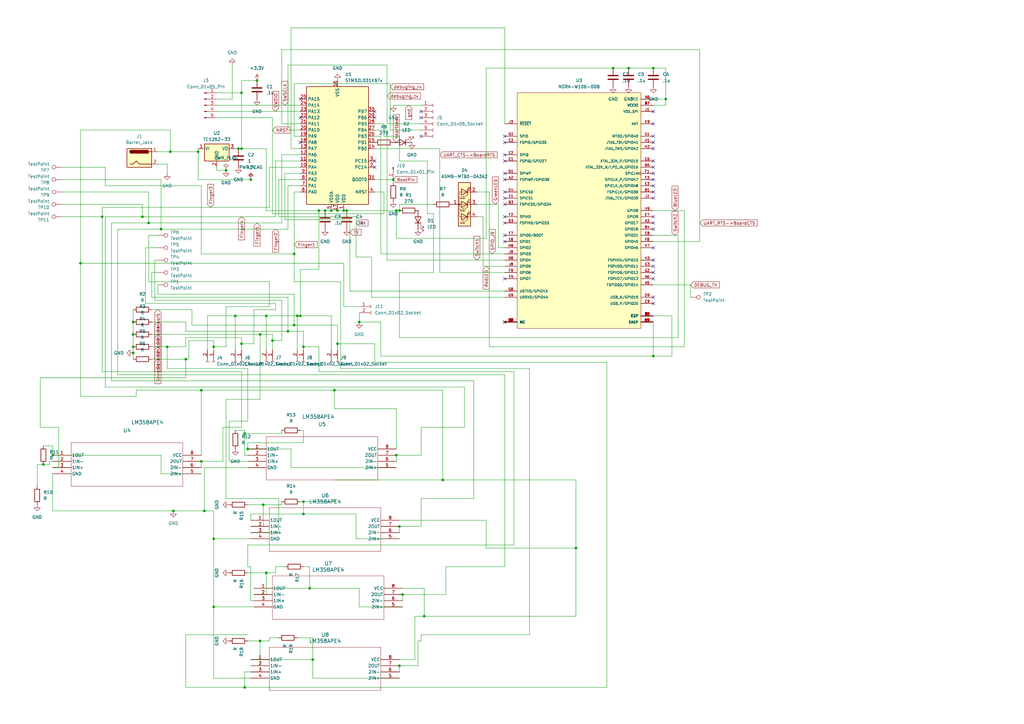
<source format=kicad_sch>
(kicad_sch (version 20250114) (generator "eeschema") (generator_version "9.0")
  (paper "A3")
  (junction (at 21.59 186.69))
  (junction (at 99.06 38.1))
  (junction (at 118.11 135.89))
  (junction (at 76.2 147.32))
  (junction (at 161.29 73.66))
  (junction (at 17.78 190.5))
  (junction (at 257.81 27.94))
  (junction (at 99.06 140.97))
  (junction (at 54.61 142.24))
  (junction (at 33.02 107.95))
  (junction (at 81.28 62.23))
  (junction (at 138.43 140.97))
  (junction (at 107.95 207.01))
  (junction (at 102.87 73.66))
  (junction (at 105.41 33.02))
  (junction (at 138.43 86.36))
  (junction (at 163.83 273.05))
  (junction (at 83.82 209.55))
  (junction (at 92.71 69.85))
  (junction (at 181.61 196.85))
  (junction (at 69.85 62.23))
  (junction (at 82.55 160.02))
  (junction (at 162.56 86.36))
  (junction (at 124.46 142.24))
  (junction (at 133.35 86.36))
  (junction (at 128.27 270.51))
  (junction (at 54.61 137.16))
  (junction (at 135.89 86.36))
  (junction (at 87.63 142.24))
  (junction (at 130.81 86.36))
  (junction (at 96.52 129.54))
  (junction (at 54.61 132.08))
  (junction (at 236.22 224.79))
  (junction (at 267.97 27.94))
  (junction (at 100.33 281.94))
  (junction (at 163.83 86.36))
  (junction (at 251.46 27.94))
  (junction (at 140.97 86.36))
  (junction (at 142.24 86.36))
  (junction (at 97.79 60.96))
  (junction (at 68.58 142.24))
  (junction (at 137.16 160.02))
  (junction (at 109.22 234.95))
  (junction (at 124.46 210.82))
  (junction (at 82.55 189.23))
  (junction (at 58.42 88.9))
  (junction (at 71.12 209.55))
  (junction (at 60.96 91.44))
  (junction (at 99.06 60.96))
  (junction (at 124.46 205.74))
  (junction (at 147.32 132.08))
  (junction (at 41.91 88.9))
  (junction (at 163.83 215.9))
  (junction (at 54.61 144.78))
  (junction (at 273.05 40.64))
  (junction (at 109.22 129.54))
  (junction (at 87.63 248.92))
  (junction (at 111.76 139.7))
  (junction (at 120.65 104.14))
  (junction (at 123.19 129.54))
  (junction (at 173.99 252.73))
  (junction (at 162.56 186.69))
  (junction (at 121.92 129.54))
  (junction (at 100.33 177.8))
  (junction (at 120.65 133.35))
  (junction (at 106.68 262.89))
  (junction (at 87.63 220.98))
  (junction (at 165.1 243.84))
  (junction (at 267.97 146.05))
  (junction (at 127 241.3))
  (junction (at 106.68 137.16))
  (junction (at 101.6 184.15))
  (junction (at 66.04 93.98))
  (no_connect (at 207.01 91.44))
  (no_connect (at 207.01 63.5))
  (no_connect (at 207.01 78.74))
  (no_connect (at 207.01 55.88))
  (no_connect (at 207.01 132.08))
  (no_connect (at 267.97 81.28))
  (no_connect (at 267.97 121.92))
  (no_connect (at 207.01 114.3))
  (no_connect (at 172.72 55.88))
  (no_connect (at 267.97 45.72))
  (no_connect (at 207.01 83.82))
  (no_connect (at 153.67 45.72))
  (no_connect (at 267.97 55.88))
  (no_connect (at 172.72 48.26))
  (no_connect (at 172.72 45.72))
  (no_connect (at 123.19 40.64))
  (no_connect (at 267.97 101.6))
  (no_connect (at 267.97 109.22))
  (no_connect (at 267.97 124.46))
  (no_connect (at 267.97 114.3))
  (no_connect (at 207.01 58.42))
  (no_connect (at 207.01 99.06))
  (no_connect (at 153.67 48.26))
  (no_connect (at 123.19 48.26))
  (no_connect (at 267.97 76.2))
  (no_connect (at 267.97 91.44))
  (no_connect (at 207.01 81.28))
  (no_connect (at 267.97 60.96))
  (no_connect (at 153.67 68.58))
  (no_connect (at 267.97 106.68))
  (no_connect (at 207.01 88.9))
  (no_connect (at 207.01 71.12))
  (no_connect (at 207.01 73.66))
  (no_connect (at 267.97 58.42))
  (no_connect (at 267.97 66.04))
  (no_connect (at 267.97 88.9))
  (no_connect (at 267.97 111.76))
  (no_connect (at 153.67 66.04))
  (no_connect (at 207.01 66.04))
  (no_connect (at 207.01 96.52))
  (no_connect (at 267.97 73.66))
  (no_connect (at 123.19 58.42))
  (no_connect (at 267.97 78.74))
  (no_connect (at 267.97 71.12))
  (no_connect (at 267.97 50.8))
  (no_connect (at 267.97 68.58))
  (no_connect (at 267.97 93.98))
  (wire (pts (xy 204.47 101.6) (xy 207.01 101.6)))
  (wire (pts (xy 130.81 142.24) (xy 130.81 152.4)))
  (wire (pts (xy 62.23 137.16) (xy 106.68 137.16)))
  (wire (pts (xy 60.96 115.57) (xy 110.49 115.57)))
  (wire (pts (xy 137.16 167.64) (xy 137.16 160.02)))
  (wire (pts (xy 236.22 224.79) (xy 236.22 196.85)))
  (wire (pts (xy 41.91 152.4) (xy 41.91 88.9)))
  (wire (pts (xy 163.83 278.13) (xy 128.27 278.13)))
  (wire (pts (xy 120.65 78.74) (xy 123.19 78.74)))
  (wire (pts (xy 156.21 132.08) (xy 147.32 132.08)))
  (wire (pts (xy 81.28 60.96) (xy 81.28 62.23)))
  (wire (pts (xy 123.19 176.53) (xy 124.46 176.53)))
  (wire (pts (xy 138.43 143.51) (xy 138.43 140.97)))
  (wire (pts (xy 16.51 154.94) (xy 76.2 154.94)))
  (wire (pts (xy 104.14 127) (xy 104.14 140.97)))
  (wire (pts (xy 217.17 260.35) (xy 172.72 260.35)))
  (wire (pts (xy 54.61 142.24) (xy 54.61 144.78)))
  (wire (pts (xy 123.19 129.54) (xy 135.89 129.54)))
  (wire (pts (xy 120.65 34.29) (xy 160.02 34.29)))
  (wire (pts (xy 118.11 93.98) (xy 66.04 93.98)))
  (wire (pts (xy 118.11 76.2) (xy 123.19 76.2)))
  (wire (pts (xy 96.52 60.96) (xy 97.79 60.96)))
  (wire (pts (xy 165.1 241.3) (xy 173.99 241.3)))
  (wire (pts (xy 76.2 135.89) (xy 76.2 132.08)))
  (wire (pts (xy 87.63 143.51) (xy 87.63 142.24)))
  (wire (pts (xy 114.3 73.66) (xy 123.19 73.66)))
  (wire (pts (xy 200.66 78.74) (xy 195.58 78.74)))
  (wire (pts (xy 82.55 189.23) (xy 82.55 191.77)))
  (wire (pts (xy 115.57 177.8) (xy 115.57 176.53)))
  (wire (pts (xy 101.6 189.23) (xy 93.98 189.23)))
  (wire (pts (xy 88.9 45.72) (xy 123.19 45.72)))
  (wire (pts (xy 43.18 88.9) (xy 43.18 158.75)))
  (wire (pts (xy 109.22 129.54) (xy 109.22 143.51)))
  (wire (pts (xy 82.55 160.02) (xy 82.55 186.69)))
  (wire (pts (xy 106.68 137.16) (xy 111.76 137.16)))
  (wire (pts (xy 139.7 115.57) (xy 139.7 151.13)))
  (wire (pts (xy 102.87 275.59) (xy 100.33 275.59)))
  (wire (pts (xy 21.59 209.55) (xy 71.12 209.55)))
  (wire (pts (xy 85.09 129.54) (xy 96.52 129.54)))
  (wire (pts (xy 118.11 135.89) (xy 76.2 135.89)))
  (wire (pts (xy 278.13 138.43) (xy 163.83 138.43)))
  (wire (pts (xy 118.11 53.34) (xy 118.11 26.67)))
  (wire (pts (xy 163.83 215.9) (xy 163.83 218.44)))
  (wire (pts (xy 109.22 243.84) (xy 109.22 234.95)))
  (wire (pts (xy 106.68 137.16) (xy 106.68 163.83)))
  (wire (pts (xy 195.58 83.82) (xy 204.47 83.82)))
  (wire (pts (xy 24.13 191.77) (xy 21.59 191.77)))
  (wire (pts (xy 81.28 62.23) (xy 81.28 73.66)))
  (wire (pts (xy 110.49 115.57) (xy 110.49 125.73)))
  (wire (pts (xy 60.96 78.74) (xy 60.96 91.44)))
  (wire (pts (xy 207.01 106.68) (xy 158.75 106.68)))
  (wire (pts (xy 24.13 175.26) (xy 24.13 191.77)))
  (wire (pts (xy 16.51 175.26) (xy 24.13 175.26)))
  (wire (pts (xy 69.85 53.34) (xy 33.02 53.34)))
  (wire (pts (xy 170.18 270.51) (xy 170.18 252.73)))
  (wire (pts (xy 109.22 234.95) (xy 113.03 234.95)))
  (wire (pts (xy 113.03 88.9) (xy 58.42 88.9)))
  (wire (pts (xy 102.87 73.66) (xy 81.28 73.66)))
  (wire (pts (xy 198.12 88.9) (xy 198.12 109.22)))
  (wire (pts (xy 21.59 182.88) (xy 21.59 186.69)))
  (wire (pts (xy 101.6 191.77) (xy 83.82 191.77)))
  (wire (pts (xy 217.17 151.13) (xy 217.17 260.35)))
  (wire (pts (xy 118.11 53.34) (xy 123.19 53.34)))
  (wire (pts (xy 283.21 116.84) (xy 283.21 121.92)))
  (wire (pts (xy 190.5 175.26) (xy 172.72 175.26)))
  (wire (pts (xy 127 241.3) (xy 147.32 241.3)))
  (wire (pts (xy 163.83 86.36) (xy 163.83 83.82)))
  (wire (pts (xy 115.57 123.19) (xy 115.57 139.7)))
  (wire (pts (xy 163.83 66.04) (xy 175.26 66.04)))
  (wire (pts (xy 118.11 121.92) (xy 118.11 135.89)))
  (wire (pts (xy 280.67 142.24) (xy 280.67 86.36)))
  (wire (pts (xy 87.63 142.24) (xy 87.63 139.7)))
  (wire (pts (xy 119.38 184.15) (xy 101.6 184.15)))
  (wire (pts (xy 267.97 99.06) (xy 287.02 99.06)))
  (wire (pts (xy 172.72 262.89) (xy 172.72 260.35)))
  (wire (pts (xy 287.02 99.06) (xy 287.02 20.32)))
  (wire (pts (xy 195.58 88.9) (xy 198.12 88.9)))
  (wire (pts (xy 119.38 11.43) (xy 207.01 11.43)))
  (wire (pts (xy 82.55 76.2) (xy 82.55 104.14)))
  (wire (pts (xy 102.87 232.41) (xy 102.87 246.38)))
  (wire (pts (xy 48.26 93.98) (xy 48.26 153.67)))
  (wire (pts (xy 64.77 67.31) (xy 68.58 67.31)))
  (wire (pts (xy 146.05 210.82) (xy 146.05 220.98)))
  (wire (pts (xy 153.67 148.59) (xy 248.92 148.59)))
  (wire (pts (xy 275.59 129.54) (xy 275.59 146.05)))
  (wire (pts (xy 88.9 69.85) (xy 92.71 69.85)))
  (wire (pts (xy 109.22 86.36) (xy 109.22 60.96)))
  (wire (pts (xy 17.78 190.5) (xy 20.32 190.5)))
  (wire (pts (xy 91.44 175.26) (xy 91.44 189.23)))
  (wire (pts (xy 109.22 86.36) (xy 130.81 86.36)))
  (wire (pts (xy 181.61 196.85) (xy 181.61 160.02)))
  (wire (pts (xy 115.57 207.01) (xy 115.57 205.74)))
  (wire (pts (xy 157.48 50.8) (xy 153.67 50.8)))
  (wire (pts (xy 165.1 243.84) (xy 182.88 243.84)))
  (wire (pts (xy 104.14 243.84) (xy 109.22 243.84)))
  (wire (pts (xy 114.3 204.47) (xy 114.3 218.44)))
  (wire (pts (xy 124.46 210.82) (xy 146.05 210.82)))
  (wire (pts (xy 113.03 127) (xy 104.14 127)))
  (wire (pts (xy 63.5 106.68) (xy 63.5 123.19)))
  (wire (pts (xy 124.46 205.74) (xy 137.16 205.74)))
  (wire (pts (xy 160.02 53.34) (xy 160.02 34.29)))
  (wire (pts (xy 54.61 132.08) (xy 54.61 137.16)))
  (wire (pts (xy 93.98 189.23) (xy 93.98 172.72)))
  (wire (pts (xy 82.55 160.02) (xy 55.88 160.02)))
  (wire (pts (xy 152.4 121.92) (xy 152.4 105.41)))
  (wire (pts (xy 157.48 55.88) (xy 157.48 50.8)))
  (wire (pts (xy 77.47 139.7) (xy 77.47 147.32)))
  (wire (pts (xy 120.65 78.74) (xy 120.65 104.14)))
  (wire (pts (xy 45.72 156.21) (xy 194.31 156.21)))
  (wire (pts (xy 124.46 176.53) (xy 124.46 181.61)))
  (wire (pts (xy 109.22 129.54) (xy 121.92 129.54)))
  (wire (pts (xy 172.72 43.18) (xy 161.29 43.18)))
  (wire (pts (xy 162.56 167.64) (xy 137.16 167.64)))
  (wire (pts (xy 25.4 78.74) (xy 60.96 78.74)))
  (wire (pts (xy 101.6 186.69) (xy 100.33 186.69)))
  (wire (pts (xy 163.83 55.88) (xy 163.83 66.04)))
  (wire (pts (xy 43.18 76.2) (xy 82.55 76.2)))
  (wire (pts (xy 15.24 190.5) (xy 15.24 199.39)))
  (wire (pts (xy 68.58 142.24) (xy 68.58 151.13)))
  (wire (pts (xy 121.92 129.54) (xy 121.92 143.51)))
  (wire (pts (xy 55.88 160.02) (xy 55.88 162.56)))
  (wire (pts (xy 110.49 68.58) (xy 110.49 85.09)))
  (wire (pts (xy 127 232.41) (xy 127 241.3)))
  (wire (pts (xy 123.19 110.49) (xy 123.19 129.54)))
  (wire (pts (xy 68.58 142.24) (xy 62.23 142.24)))
  (wire (pts (xy 92.71 142.24) (xy 87.63 142.24)))
  (wire (pts (xy 130.81 86.36) (xy 133.35 86.36)))
  (wire (pts (xy 207.01 119.38) (xy 143.51 119.38)))
  (wire (pts (xy 135.89 129.54) (xy 135.89 143.51)))
  (wire (pts (xy 207.01 232.41) (xy 182.88 232.41)))
  (wire (pts (xy 207.01 11.43) (xy 207.01 50.8)))
  (wire (pts (xy 124.46 142.24) (xy 124.46 135.89)))
  (wire (pts (xy 138.43 133.35) (xy 120.65 133.35)))
  (wire (pts (xy 115.57 63.5) (xy 123.19 63.5)))
  (wire (pts (xy 106.68 262.89) (xy 101.6 262.89)))
  (wire (pts (xy 88.9 43.18) (xy 123.19 43.18)))
  (wire (pts (xy 78.74 133.35) (xy 78.74 127)))
  (wire (pts (xy 59.69 124.46) (xy 113.03 124.46)))
  (wire (pts (xy 199.39 97.79) (xy 162.56 97.79)))
  (wire (pts (xy 64.77 120.65) (xy 64.77 116.84)))
  (wire (pts (xy 177.8 111.76) (xy 177.8 87.63)))
  (wire (pts (xy 199.39 213.36) (xy 199.39 224.79)))
  (wire (pts (xy 111.76 143.51) (xy 111.76 139.7)))
  (wire (pts (xy 115.57 91.44) (xy 60.96 91.44)))
  (wire (pts (xy 120.65 104.14) (xy 120.65 115.57)))
  (wire (pts (xy 59.69 101.6) (xy 59.69 124.46)))
  (wire (pts (xy 99.06 138.43) (xy 76.2 138.43)))
  (wire (pts (xy 83.82 209.55) (xy 87.63 209.55)))
  (wire (pts (xy 172.72 53.34) (xy 160.02 53.34)))
  (wire (pts (xy 139.7 151.13) (xy 217.17 151.13)))
  (wire (pts (xy 45.72 91.44) (xy 45.72 156.21)))
  (wire (pts (xy 20.32 189.23) (xy 21.59 189.23)))
  (wire (pts (xy 118.11 76.2) (xy 118.11 93.98)))
  (wire (pts (xy 96.52 129.54) (xy 109.22 129.54)))
  (wire (pts (xy 119.38 60.96) (xy 119.38 11.43)))
  (wire (pts (xy 111.76 139.7) (xy 111.76 137.16)))
  (wire (pts (xy 163.83 270.51) (xy 170.18 270.51)))
  (wire (pts (xy 106.68 273.05) (xy 106.68 262.89)))
  (wire (pts (xy 156.21 104.14) (xy 156.21 55.88)))
  (wire (pts (xy 115.57 50.8) (xy 123.19 50.8)))
  (wire (pts (xy 17.78 182.88) (xy 21.59 182.88)))
  (wire (pts (xy 76.2 260.35) (xy 101.6 260.35)))
  (wire (pts (xy 173.99 241.3) (xy 173.99 252.73)))
  (wire (pts (xy 25.4 68.58) (xy 43.18 68.58)))
  (wire (pts (xy 68.58 151.13) (xy 101.6 151.13)))
  (wire (pts (xy 82.55 160.02) (xy 137.16 160.02)))
  (wire (pts (xy 162.56 184.15) (xy 162.56 167.64)))
  (wire (pts (xy 163.83 213.36) (xy 199.39 213.36)))
  (wire (pts (xy 21.59 186.69) (xy 66.04 186.69)))
  (wire (pts (xy 71.12 209.55) (xy 83.82 209.55)))
  (wire (pts (xy 146.05 220.98) (xy 163.83 220.98)))
  (wire (pts (xy 83.82 191.77) (xy 83.82 209.55)))
  (wire (pts (xy 100.33 275.59) (xy 100.33 281.94)))
  (wire (pts (xy 267.97 129.54) (xy 275.59 129.54)))
  (wire (pts (xy 143.51 90.17) (xy 143.51 119.38)))
  (wire (pts (xy 153.67 140.97) (xy 153.67 148.59)))
  (wire (pts (xy 100.33 186.69) (xy 100.33 177.8)))
  (wire (pts (xy 124.46 142.24) (xy 130.81 142.24)))
  (wire (pts (xy 130.81 152.4) (xy 210.82 152.4)))
  (wire (pts (xy 87.63 220.98) (xy 87.63 248.92)))
  (wire (pts (xy 163.83 215.9) (xy 172.72 215.9)))
  (wire (pts (xy 140.97 125.73) (xy 140.97 107.95)))
  (wire (pts (xy 76.2 154.94) (xy 76.2 147.32)))
  (wire (pts (xy 91.44 189.23) (xy 82.55 189.23)))
  (wire (pts (xy 64.77 106.68) (xy 63.5 106.68)))
  (wire (pts (xy 99.06 33.02) (xy 99.06 38.1)))
  (wire (pts (xy 171.45 273.05) (xy 163.83 273.05)))
  (wire (pts (xy 96.52 129.54) (xy 96.52 143.51)))
  (wire (pts (xy 267.97 132.08) (xy 267.97 146.05)))
  (wire (pts (xy 101.6 223.52) (xy 101.6 232.41)))
  (wire (pts (xy 107.95 215.9) (xy 107.95 207.01)))
  (wire (pts (xy 199.39 27.94) (xy 199.39 97.79)))
  (wire (pts (xy 76.2 142.24) (xy 68.58 142.24)))
  (wire (pts (xy 33.02 162.56) (xy 55.88 162.56)))
  (wire (pts (xy 147.32 248.92) (xy 165.1 248.92)))
  (wire (pts (xy 69.85 62.23) (xy 81.28 62.23)))
  (wire (pts (xy 138.43 140.97) (xy 153.67 140.97)))
  (wire (pts (xy 135.89 86.36) (xy 138.43 86.36)))
  (wire (pts (xy 66.04 194.31) (xy 82.55 194.31)))
  (wire (pts (xy 163.83 55.88) (xy 157.48 55.88)))
  (wire (pts (xy 177.8 87.63) (xy 175.26 87.63)))
  (wire (pts (xy 161.29 73.66) (xy 161.29 74.93)))
  (wire (pts (xy 153.67 78.74) (xy 157.48 78.74)))
  (wire (pts (xy 113.03 232.41) (xy 113.03 234.95)))
  (wire (pts (xy 68.58 67.31) (xy 68.58 71.12)))
  (wire (pts (xy 91.44 175.26) (xy 99.06 175.26)))
  (wire (pts (xy 87.63 139.7) (xy 77.47 139.7)))
  (wire (pts (xy 116.84 232.41) (xy 113.03 232.41)))
  (wire (pts (xy 102.87 246.38) (xy 104.14 246.38)))
  (wire (pts (xy 278.13 96.52) (xy 278.13 138.43)))
  (wire (pts (xy 87.63 209.55) (xy 87.63 220.98)))
  (wire (pts (xy 156.21 55.88) (xy 153.67 55.88)))
  (wire (pts (xy 123.19 205.74) (xy 124.46 205.74)))
  (wire (pts (xy 111.76 87.63) (xy 157.48 87.63)))
  (wire (pts (xy 60.96 96.52) (xy 60.96 115.57)))
  (wire (pts (xy 102.87 210.82) (xy 124.46 210.82)))
  (wire (pts (xy 25.4 88.9) (xy 41.91 88.9)))
  (wire (pts (xy 171.45 262.89) (xy 171.45 273.05)))
  (wire (pts (xy 116.84 71.12) (xy 123.19 71.12)))
  (wire (pts (xy 64.77 111.76) (xy 62.23 111.76)))
  (wire (pts (xy 54.61 144.78) (xy 54.61 147.32)))
  (wire (pts (xy 16.51 175.26) (xy 16.51 154.94)))
  (wire (pts (xy 62.23 121.92) (xy 118.11 121.92)))
  (wire (pts (xy 76.2 147.32) (xy 62.23 147.32)))
  (wire (pts (xy 194.31 156.21) (xy 194.31 204.47)))
  (wire (pts (xy 194.31 204.47) (xy 172.72 204.47)))
  (wire (pts (xy 172.72 204.47) (xy 172.72 215.9)))
  (wire (pts (xy 257.81 27.94) (xy 251.46 27.94)))
  (wire (pts (xy 99.06 33.02) (xy 105.41 33.02)))
  (wire (pts (xy 267.97 96.52) (xy 278.13 96.52)))
  (wire (pts (xy 66.04 73.66) (xy 66.04 93.98)))
  (wire (pts (xy 248.92 281.94) (xy 100.33 281.94)))
  (wire (pts (xy 175.26 87.63) (xy 175.26 66.04)))
  (wire (pts (xy 163.83 111.76) (xy 177.8 111.76)))
  (wire (pts (xy 114.3 218.44) (xy 102.87 218.44)))
  (wire (pts (xy 101.6 234.95) (xy 109.22 234.95)))
  (wire (pts (xy 54.61 137.16) (xy 54.61 142.24)))
  (wire (pts (xy 147.32 241.3) (xy 147.32 248.92)))
  (wire (pts (xy 267.97 86.36) (xy 280.67 86.36)))
  (wire (pts (xy 76.2 138.43) (xy 76.2 142.24)))
  (wire (pts (xy 180.34 60.96) (xy 153.67 60.96)))
  (wire (pts (xy 128.27 278.13) (xy 128.27 270.51)))
  (wire (pts (xy 110.49 125.73) (xy 92.71 125.73)))
  (wire (pts (xy 99.06 175.26) (xy 99.06 152.4)))
  (wire (pts (xy 66.04 93.98) (xy 48.26 93.98)))
  (wire (pts (xy 99.06 140.97) (xy 99.06 138.43)))
  (wire (pts (xy 287.02 20.32) (xy 115.57 20.32)))
  (wire (pts (xy 58.42 83.82) (xy 58.42 88.9)))
  (wire (pts (xy 143.51 90.17) (xy 116.84 90.17)))
  (wire (pts (xy 147.32 128.27) (xy 147.32 132.08)))
  (wire (pts (xy 162.56 186.69) (xy 172.72 186.69)))
  (wire (pts (xy 33.02 53.34) (xy 33.02 107.95)))
  (wire (pts (xy 101.6 232.41) (xy 102.87 232.41)))
  (wire (pts (xy 135.89 86.36) (xy 133.35 86.36)))
  (wire (pts (xy 170.18 252.73) (xy 173.99 252.73)))
  (wire (pts (xy 87.63 248.92) (xy 87.63 278.13)))
  (wire (pts (xy 120.65 55.88) (xy 123.19 55.88)))
  (wire (pts (xy 66.04 186.69) (xy 66.04 194.31)))
  (wire (pts (xy 198.12 109.22) (xy 207.01 109.22)))
  (wire (pts (xy 92.71 204.47) (xy 114.3 204.47)))
  (wire (pts (xy 41.91 88.9) (xy 41.91 85.09)))
  (wire (pts (xy 64.77 96.52) (xy 60.96 96.52)))
  (wire (pts (xy 107.95 207.01) (xy 115.57 207.01)))
  (wire (pts (xy 76.2 281.94) (xy 76.2 260.35)))
  (wire (pts (xy 158.75 53.34) (xy 153.67 53.34)))
  (wire (pts (xy 20.32 190.5) (xy 20.32 189.23)))
  (wire (pts (xy 127 241.3) (xy 104.14 241.3)))
  (wire (pts (xy 92.71 125.73) (xy 92.71 142.24)))
  (wire (pts (xy 121.92 261.62) (xy 128.27 261.62)))
  (wire (pts (xy 21.59 194.31) (xy 21.59 209.55)))
  (wire (pts (xy 171.45 262.89) (xy 172.72 262.89)))
  (wire (pts (xy 92.71 163.83) (xy 92.71 204.47)))
  (wire (pts (xy 110.49 68.58) (xy 123.19 68.58)))
  (wire (pts (xy 88.9 48.26) (xy 111.76 48.26)))
  (wire (pts (xy 101.6 207.01) (xy 107.95 207.01)))
  (wire (pts (xy 99.06 152.4) (xy 41.91 152.4)))
  (wire (pts (xy 180.34 111.76) (xy 180.34 60.96)))
  (wire (pts (xy 173.99 252.73) (xy 236.22 252.73)))
  (wire (pts (xy 114.3 261.62) (xy 110.49 261.62)))
  (wire (pts (xy 267.97 116.84) (xy 283.21 116.84)))
  (wire (pts (xy 100.33 177.8) (xy 100.33 176.53)))
  (wire (pts (xy 146.05 88.9) (xy 114.3 88.9)))
  (wire (pts (xy 33.02 107.95) (xy 140.97 107.95)))
  (wire (pts (xy 100.33 176.53) (xy 96.52 176.53)))
  (wire (pts (xy 182.88 243.84) (xy 182.88 232.41)))
  (wire (pts (xy 101.6 151.13) (xy 101.6 172.72)))
  (wire (pts (xy 116.84 71.12) (xy 116.84 90.17)))
  (wire (pts (xy 88.9 38.1) (xy 99.06 38.1)))
  (wire (pts (xy 43.18 68.58) (xy 43.18 76.2)))
  (wire (pts (xy 248.92 148.59) (xy 248.92 281.94)))
  (wire (pts (xy 115.57 63.5) (xy 115.57 91.44)))
  (wire (pts (xy 77.47 147.32) (xy 76.2 147.32)))
  (wire (pts (xy 199.39 224.79) (xy 236.22 224.79)))
  (wire (pts (xy 210.82 223.52) (xy 101.6 223.52)))
  (wire (pts (xy 124.46 181.61) (xy 101.6 181.61)))
  (wire (pts (xy 267.97 27.94) (xy 257.81 27.94)))
  (wire (pts (xy 158.75 106.68) (xy 158.75 53.34)))
  (wire (pts (xy 137.16 205.74) (xy 137.16 204.47)))
  (wire (pts (xy 41.91 85.09) (xy 110.49 85.09)))
  (wire (pts (xy 87.63 220.98) (xy 102.87 220.98)))
  (wire (pts (xy 99.06 60.96) (xy 109.22 60.96)))
  (wire (pts (xy 25.4 73.66) (xy 66.04 73.66)))
  (wire (pts (xy 48.26 153.67) (xy 207.01 153.67)))
  (wire (pts (xy 110.49 262.89) (xy 106.68 262.89)))
  (wire (pts (xy 165.1 243.84) (xy 165.1 246.38)))
  (wire (pts (xy 115.57 139.7) (xy 111.76 139.7)))
  (wire (pts (xy 130.81 86.36) (xy 130.81 110.49)))
  (wire (pts (xy 54.61 127) (xy 54.61 132.08)))
  (wire (pts (xy 15.24 190.5) (xy 17.78 190.5)))
  (wire (pts (xy 130.81 110.49) (xy 123.19 110.49)))
  (wire (pts (xy 114.3 73.66) (xy 114.3 88.9)))
  (wire (pts (xy 172.72 50.8) (xy 158.75 50.8)))
  (wire (pts (xy 120.65 34.29) (xy 120.65 55.88)))
  (wire (pts (xy 137.16 196.85) (xy 181.61 196.85)))
  (wire (pts (xy 124.46 210.82) (xy 124.46 205.74)))
  (wire (pts (xy 97.79 60.96) (xy 99.06 60.96)))
  (wire (pts (xy 60.96 91.44) (xy 45.72 91.44)))
  (wire (pts (xy 99.06 143.51) (xy 99.06 140.97)))
  (wire (pts (xy 157.48 78.74) (xy 157.48 87.63)))
  (wire (pts (xy 146.05 105.41) (xy 146.05 88.9)))
  (wire (pts (xy 138.43 140.97) (xy 138.43 133.35)))
  (wire (pts (xy 102.87 270.51) (xy 128.27 270.51)))
  (wire (pts (xy 162.56 191.77) (xy 119.38 191.77)))
  (wire (pts (xy 138.43 86.36) (xy 140.97 86.36)))
  (wire (pts (xy 113.03 66.04) (xy 123.19 66.04)))
  (wire (pts (xy 137.16 160.02) (xy 181.61 160.02)))
  (wire (pts (xy 120.65 115.57) (xy 139.7 115.57)))
  (wire (pts (xy 207.01 121.92) (xy 152.4 121.92)))
  (wire (pts (xy 102.87 278.13) (xy 87.63 278.13)))
  (wire (pts (xy 172.72 175.26) (xy 172.72 186.69)))
  (wire (pts (xy 147.32 125.73) (xy 140.97 125.73)))
  (wire (pts (xy 190.5 158.75) (xy 190.5 175.26)))
  (wire (pts (xy 153.67 73.66) (xy 161.29 73.66)))
  (wire (pts (xy 25.4 83.82) (xy 58.42 83.82)))
  (wire (pts (xy 115.57 20.32) (xy 115.57 50.8)))
  (wire (pts (xy 95.25 26.67) (xy 95.25 40.64)))
  (wire (pts (xy 113.03 124.46) (xy 113.03 127)))
  (wire (pts (xy 273.05 27.94) (xy 273.05 40.64)))
  (wire (pts (xy 124.46 135.89) (xy 118.11 135.89)))
  (wire (pts (xy 100.33 177.8) (xy 115.57 177.8)))
  (wire (pts (xy 123.19 60.96) (xy 119.38 60.96)))
  (wire (pts (xy 63.5 123.19) (xy 115.57 123.19)))
  (wire (pts (xy 62.23 127) (xy 78.74 127)))
  (wire (pts (xy 102.87 213.36) (xy 102.87 210.82)))
  (wire (pts (xy 100.33 281.94) (xy 76.2 281.94)))
  (wire (pts (xy 124.46 143.51) (xy 124.46 142.24)))
  (wire (pts (xy 210.82 152.4) (xy 210.82 223.52)))
  (wire (pts (xy 162.56 186.69) (xy 162.56 189.23)))
  (wire (pts (xy 142.24 86.36) (xy 162.56 86.36)))
  (wire (pts (xy 163.83 273.05) (xy 163.83 275.59)))
  (wire (pts (xy 152.4 105.41) (xy 146.05 105.41)))
  (wire (pts (xy 58.42 88.9) (xy 43.18 88.9)))
  (wire (pts (xy 128.27 270.51) (xy 128.27 261.62)))
  (wire (pts (xy 200.66 142.24) (xy 200.66 78.74)))
  (wire (pts (xy 120.65 120.65) (xy 64.77 120.65)))
  (wire (pts (xy 124.46 232.41) (xy 127 232.41)))
  (wire (pts (xy 158.75 26.67) (xy 158.75 50.8)))
  (wire (pts (xy 64.77 101.6) (xy 59.69 101.6)))
  (wire (pts (xy 102.87 273.05) (xy 106.68 273.05)))
  (wire (pts (xy 64.77 62.23) (xy 69.85 62.23)))
  (wire (pts (xy 76.2 132.08) (xy 62.23 132.08)))
  (wire (pts (xy 120.65 120.65) (xy 120.65 133.35)))
  (wire (pts (xy 101.6 181.61) (xy 101.6 184.15)))
  (wire (pts (xy 104.14 248.92) (xy 87.63 248.92)))
  (wire (pts (xy 207.01 104.14) (xy 156.21 104.14)))
  (wire (pts (xy 106.68 163.83) (xy 92.71 163.83)))
  (wire (pts (xy 267.97 146.05) (xy 156.21 146.05)))
  (wire (pts (xy 88.9 68.58) (xy 88.9 69.85)))
  (wire (pts (xy 273.05 40.64) (xy 273.05 43.18)))
  (wire (pts (xy 118.11 26.67) (xy 158.75 26.67)))
  (wire (pts (xy 267.97 40.64) (xy 273.05 40.64)))
  (wire (pts (xy 69.85 62.23) (xy 69.85 53.34)))
  (wire (pts (xy 33.02 107.95) (xy 33.02 162.56)))
  (wire (pts (xy 140.97 86.36) (xy 142.24 86.36)))
  (wire (pts (xy 43.18 158.75) (xy 190.5 158.75)))
  (wire (pts (xy 162.56 97.79) (xy 162.56 86.36)))
  (wire (pts (xy 113.03 66.04) (xy 113.03 88.9)))
  (wire (pts (xy 121.92 129.54) (xy 123.19 129.54)))
  (wire (pts (xy 236.22 252.73) (xy 236.22 224.79)))
  (wire (pts (xy 120.65 133.35) (xy 78.74 133.35)))
  (wire (pts (xy 163.83 138.43) (xy 163.83 111.76)))
  (wire (pts (xy 99.06 140.97) (xy 104.14 140.97)))
  (wire (pts (xy 275.59 146.05) (xy 267.97 146.05)))
  (wire (pts (xy 110.49 261.62) (xy 110.49 262.89)))
  (wire (pts (xy 207.01 153.67) (xy 207.01 232.41)))
  (wire (pts (xy 273.05 27.94) (xy 267.97 27.94)))
  (wire (pts (xy 85.09 129.54) (xy 85.09 143.51)))
  (wire (pts (xy 99.06 38.1) (xy 99.06 60.96)))
  (wire (pts (xy 156.21 146.05) (xy 156.21 132.08)))
  (wire (pts (xy 251.46 27.94) (xy 199.39 27.94)))
  (wire (pts (xy 88.9 40.64) (xy 95.25 40.64)))
  (wire (pts (xy 207.01 111.76) (xy 180.34 111.76)))
  (wire (pts (xy 111.76 48.26) (xy 111.76 87.63)))
  (wire (pts (xy 102.87 215.9) (xy 107.95 215.9)))
  (wire (pts (xy 163.83 83.82) (xy 177.8 83.82)))
  (wire (pts (xy 93.98 172.72) (xy 101.6 172.72)))
  (wire (pts (xy 267.97 43.18) (xy 273.05 43.18)))
  (wire (pts (xy 236.22 196.85) (xy 181.61 196.85)))
  (wire (pts (xy 200.66 142.24) (xy 280.67 142.24)))
  (wire (pts (xy 162.56 86.36) (xy 163.83 86.36)))
  (wire (pts (xy 82.55 104.14) (xy 120.65 104.14)))
  (wire (pts (xy 204.47 83.82) (xy 204.47 101.6)))
  (wire (pts (xy 62.23 111.76) (xy 62.23 121.92)))
  (wire (pts (xy 119.38 191.77) (xy 119.38 184.15)))
  (global_label "Finger2" (shape input) (at 113.03 93.98 270) (property "Intersheetrefs" "${INTERSHEET_REFS}" (effects (hide yes))))
  (global_label "DEBUG_TX" (shape input) (at 283.21 116.84 0) (property "Intersheetrefs" "${INTERSHEET_REFS}" (effects (hide yes))))
  (global_label "UART_CTS->BoardRTS" (shape input) (at 180.34 63.5 0) (property "Intersheetrefs" "${INTERSHEET_REFS}" (effects (hide yes))))
  (global_label "Sensor2" (shape input) (at 64.77 142.24 270) (property "Intersheetrefs" "${INTERSHEET_REFS}" (effects (hide yes))))
  (global_label "Finger3" (shape input) (at 86.36 85.09 90) (property "Intersheetrefs" "${INTERSHEET_REFS}" (effects (hide yes))))
  (global_label "Sensor1" (shape input) (at 64.77 147.32 270) (property "Intersheetrefs" "${INTERSHEET_REFS}" (effects (hide yes))))
  (global_label "GreenLED" (shape input) (at 203.2 83.82 90) (property "Intersheetrefs" "${INTERSHEET_REFS}" (effects (hide yes))))
  (global_label "UART_RTS->BoardCTS" (shape input) (at 287.02 91.44 0) (property "Intersheetrefs" "${INTERSHEET_REFS}" (effects (hide yes))))
  (global_label "Sensor3" (shape input) (at 64.77 137.16 270) (property "Intersheetrefs" "${INTERSHEET_REFS}" (effects (hide yes))))
  (global_label "Finger1" (shape input) (at 120.65 100.33 0) (property "Intersheetrefs" "${INTERSHEET_REFS}" (effects (hide yes))))
  (global_label "Finger5" (shape input) (at 105.41 91.44 270) (property "Intersheetrefs" "${INTERSHEET_REFS}" (effects (hide yes))))
  (global_label "TX" (shape input) (at 143.51 95.25 0) (property "Intersheetrefs" "${INTERSHEET_REFS}" (effects (hide yes))))
  (global_label "debuging_tx" (shape input) (at 158.75 39.37 0) (property "Intersheetrefs" "${INTERSHEET_REFS}" (effects (hide yes))))
  (global_label "Sensor4" (shape input) (at 64.77 132.08 270) (property "Intersheetrefs" "${INTERSHEET_REFS}" (effects (hide yes))))
  (global_label "SWSCLK" (shape input) (at 116.84 43.18 90) (property "Intersheetrefs" "${INTERSHEET_REFS}" (effects (hide yes))))
  (global_label "Finger4" (shape input) (at 99.06 88.9 270) (property "Intersheetrefs" "${INTERSHEET_REFS}" (effects (hide yes))))
  (global_label "RX" (shape input) (at 146.05 91.44 0) (property "Intersheetrefs" "${INTERSHEET_REFS}" (effects (hide yes))))
  (global_label "RedLED" (shape input) (at 199.39 109.22 270) (property "Intersheetrefs" "${INTERSHEET_REFS}" (effects (hide yes))))
  (global_label "GPIO_J9" (shape input) (at 201.93 104.14 90) (property "Intersheetrefs" "${INTERSHEET_REFS}" (effects (hide yes))))
  (global_label "Switch1" (shape input) (at 195.58 106.68 90) (property "Intersheetrefs" "${INTERSHEET_REFS}" (effects (hide yes))))
  (global_label "Sensor5" (shape input) (at 64.77 127 270) (property "Intersheetrefs" "${INTERSHEET_REFS}" (effects (hide yes))))
  (global_label "NRST" (shape input) (at 111.76 53.34 0) (property "Intersheetrefs" "${INTERSHEET_REFS}" (effects (hide yes))))
  (global_label "debuging_rx" (shape input) (at 160.02 35.56 0) (property "Intersheetrefs" "${INTERSHEET_REFS}" (effects (hide yes))))
  (global_label "SWDIO" (shape input) (at 113.03 45.72 90) (property "Intersheetrefs" "${INTERSHEET_REFS}" (effects (hide yes))))
  (global_label "heartbeat" (shape input) (at 162.56 58.42 90) (property "Intersheetrefs" "${INTERSHEET_REFS}" (effects (hide yes))))
  (global_label "BlueLED" (shape input) (at 276.86 86.36 90) (property "Intersheetrefs" "${INTERSHEET_REFS}" (effects (hide yes))))
  (global_label "BootPin" (shape input) (at 161.29 73.66 0) (property "Intersheetrefs" "${INTERSHEET_REFS}" (effects (hide yes))))
  (global_label "Switch2" (shape input) (at 276.86 96.52 90) (property "Intersheetrefs" "${INTERSHEET_REFS}" (effects (hide yes))))
  (global_label "gnd" (shape input) (at 167.64 43.18 270) (property "Intersheetrefs" "${INTERSHEET_REFS}" (effects (hide yes))))
  (symbol (lib_id "Device:R") (at 119.38 176.53 270) (unit 1)
    (property "Reference" "R13" (at 119.38 170.18 90))
    (property "Value" "R" (at 119.38 172.72 90))
    (property "Footprint" "Resistor_SMD:R_0805_2012Metric_Pad1.20x1.40mm_HandSolder" (effects (hide yes)))
    (property "Description" "Resistor" (effects (hide yes)))
  )
  (symbol (lib_id "NORA-W106-00B:NORA-W106-00B") (at 237.49 86.36 0) (unit 1)
    (property "Reference" "U3" (at 237.49 33.02 0))
    (property "Value" "NORA-W106-00B" (at 237.49 35.56 0))
    (property "Footprint" "NORA-W106-00B:XCVR_NORA-W106-00B" (effects (hide yes)))
    (property "MF" "u-blox" (effects (hide yes)))
    (property "MAXIMUM_PACKAGE_HEIGHT" "1.9 mm" (effects (hide yes)))
    (property "Package" "SMD-82 u-blox" (effects (hide yes)))
    (property "Price" "None" (effects (hide yes)))
    (property "Check_prices" "https://www.snapeda.com/parts/NORA-W106-00B/u-blox/view-part/?ref=eda" (effects (hide yes)))
    (property "STANDARD" "Manufacturer recommendations" (effects (hide yes)))
    (property "PARTREV" "R03" (effects (hide yes)))
    (property "SnapEDA_Link" "https://www.snapeda.com/parts/NORA-W106-00B/u-blox/view-part/?ref=snap" (effects (hide yes)))
    (property "MP" "NORA-W106-00B" (effects (hide yes)))
    (property "Description_1" "Bluetooth, WiFi 802.11b/g/n, Bluetooth v5.0 Transceiver Module 2.4GHz Antenna Not Included Surface Mount" (effects (hide yes)))
    (property "Availability" "In Stock" (effects (hide yes)))
    (property "MANUFACTURER" "U-BLOX" (effects (hide yes)))
  )
  (symbol (lib_id "power:GND") (at 161.29 43.18 0) (unit 1)
    (property "Reference" "#PWR012" (effects (hide yes)))
    (property "Value" "GND" (at 161.29 48.26 0))
    (property "Description" "Power symbol creates a global label with name \"GND\" , ground" (effects (hide yes)))
  )
  (symbol (lib_id "Connector:TestPoint") (at 64.77 116.84 270) (unit 1)
    (property "Reference" "TP1" (at 69.85 115.5699 90) (effects (justify left)))
    (property "Value" "TestPoint" (at 69.85 118.1099 90) (effects (justify left)))
    (property "Footprint" "TestPoint:TestPoint_Pad_2.5x2.5mm" (effects (hide yes)))
    (property "Description" "test point" (effects (hide yes)))
  )
  (symbol (lib_id "Device:C") (at 251.46 31.75 0) (unit 1)
    (property "Reference" "C7" (at 255.27 30.4799 0) (effects (justify left)))
    (property "Value" ".1u" (at 255.27 33.0199 0) (effects (justify left)))
    (property "Footprint" "Capacitor_SMD:C_0805_2012Metric_Pad1.18x1.45mm_HandSolder" (effects (hide yes)))
    (property "Description" "Unpolarized capacitor" (effects (hide yes)))
  )
  (symbol (lib_id "power:+5V") (at 102.87 73.66 0) (unit 1)
    (property "Reference" "#PWR08" (effects (hide yes)))
    (property "Value" "+5V" (at 102.87 68.58 0))
    (property "Description" "Power symbol creates a global label with name \"+5V\"" (effects (hide yes)))
  )
  (symbol (lib_id "Device:R") (at 118.11 261.62 90) (unit 1)
    (property "Reference" "R19" (at 119.3801 264.16 0) (effects (justify right)))
    (property "Value" "R" (at 116.8401 264.16 0) (effects (justify right)))
    (property "Footprint" "Resistor_SMD:R_0805_2012Metric_Pad1.20x1.40mm_HandSolder" (effects (hide yes)))
    (property "Description" "Resistor" (effects (hide yes)))
  )
  (symbol (lib_id "power:GND") (at 93.98 207.01 270) (unit 1)
    (property "Reference" "#PWR022" (effects (hide yes)))
    (property "Value" "GND" (at 88.9 207.01 0))
    (property "Description" "Power symbol creates a global label with name \"GND\" , ground" (effects (hide yes)))
  )
  (symbol (lib_id "2025-10-16_17-58-12:LM358APE4") (at 104.14 241.3 0) (unit 1)
    (property "Reference" "U7" (at 134.62 231.14 0) (effects (font (size 1.524 1.524))))
    (property "Value" "LM358APE4" (at 134.62 233.68 0) (effects (font (size 1.524 1.524))))
    (property "Footprint" "lm358:P8" (effects (hide yes)))
    (property "Datasheet" "https://www.ti.com/lit/gpn/lm358" (effects (hide yes)))
  )
  (symbol (lib_id "Device:R") (at 119.38 205.74 270) (unit 1)
    (property "Reference" "R14" (at 119.38 199.39 90))
    (property "Value" "R" (at 119.38 201.93 90))
    (property "Footprint" "Resistor_SMD:R_0805_2012Metric_Pad1.20x1.40mm_HandSolder" (effects (hide yes)))
    (property "Description" "Resistor" (effects (hide yes)))
  )
  (symbol (lib_id "Device:R") (at 157.48 58.42 90) (unit 1)
    (property "Reference" "R8" (at 157.48 52.07 90))
    (property "Value" "270" (at 157.48 54.61 90))
    (property "Footprint" "Resistor_SMD:R_0805_2012Metric_Pad1.20x1.40mm_HandSolder" (effects (hide yes)))
    (property "Description" "Resistor" (effects (hide yes)))
  )
  (symbol (lib_id "Device:C") (at 105.41 36.83 0) (unit 1)
    (property "Reference" "C1" (at 109.22 35.5599 0) (effects (justify left)))
    (property "Value" ".1u" (at 109.22 38.0999 0) (effects (justify left)))
    (property "Footprint" "Capacitor_SMD:C_0805_2012Metric_Pad1.18x1.45mm_HandSolder" (effects (hide yes)))
    (property "Description" "Unpolarized capacitor" (effects (hide yes)))
  )
  (symbol (lib_id "power:GND") (at 257.81 35.56 0) (unit 1)
    (property "Reference" "#PWR017" (effects (hide yes)))
    (property "Value" "GND" (at 257.81 40.64 0))
    (property "Description" "Power symbol creates a global label with name \"GND\" , ground" (effects (hide yes)))
  )
  (symbol (lib_id "power:GND") (at 161.29 82.55 0) (unit 1)
    (property "Reference" "#PWR07" (effects (hide yes)))
    (property "Value" "GND" (at 161.29 87.63 0))
    (property "Description" "Power symbol creates a global label with name \"GND\" , ground" (effects (hide yes)))
  )
  (symbol (lib_id "Device:C") (at 257.81 31.75 0) (unit 1)
    (property "Reference" "C5" (at 261.62 30.4799 0) (effects (justify left)))
    (property "Value" ".1u" (at 261.62 33.0199 0) (effects (justify left)))
    (property "Footprint" "Capacitor_SMD:C_0805_2012Metric_Pad1.18x1.45mm_HandSolder" (effects (hide yes)))
    (property "Description" "Unpolarized capacitor" (effects (hide yes)))
  )
  (symbol (lib_id "power:GND") (at 92.71 69.85 0) (unit 1)
    (property "Reference" "#PWR02" (effects (hide yes)))
    (property "Value" "GND" (at 92.71 74.93 0))
    (property "Description" "Power symbol creates a global label with name \"GND\" , ground" (effects (hide yes)))
  )
  (symbol (lib_id "Device:R") (at 58.42 137.16 90) (unit 1)
    (property "Reference" "R4" (at 58.42 130.81 90))
    (property "Value" "R" (at 58.42 133.35 90))
    (property "Footprint" "Resistor_SMD:R_0805_2012Metric_Pad1.20x1.40mm_HandSolder" (effects (hide yes)))
    (property "Description" "Resistor" (effects (hide yes)))
  )
  (symbol (lib_id "Connector:TestPoint") (at 283.21 121.92 270) (unit 1)
    (property "Reference" "TP2" (at 288.29 120.6499 90) (effects (justify left)))
    (property "Value" "TestPoint" (at 288.29 123.1899 90) (effects (justify left)))
    (property "Footprint" "TestPoint:TestPoint_Pad_2.5x2.5mm" (effects (hide yes)))
    (property "Description" "test point" (effects (hide yes)))
  )
  (symbol (lib_id "2025-10-16_17-58-12:LM358APE4") (at 101.6 184.15 0) (unit 1)
    (property "Reference" "U5" (at 132.08 173.99 0) (effects (font (size 1.524 1.524))))
    (property "Value" "LM358APE4" (at 130.556 170.942 0) (effects (font (size 1.524 1.524))))
    (property "Footprint" "lm358:P8" (effects (hide yes)))
    (property "Datasheet" "https://www.ti.com/lit/gpn/lm358" (effects (hide yes)))
  )
  (symbol (lib_id "power:GND") (at 68.58 71.12 0) (unit 1)
    (property "Reference" "#PWR05" (effects (hide yes)))
    (property "Value" "GND" (at 68.58 76.2 0))
    (property "Description" "Power symbol creates a global label with name \"GND\" , ground" (effects (hide yes)))
  )
  (symbol (lib_id "Connector:Conn_01x01_Pin") (at 161.29 68.58 270) (unit 1)
    (property "Reference" "J10" (at 162.56 67.9449 90) (effects (justify left)))
    (property "Value" "Conn_01x01_Pin" (at 162.56 70.4849 90) (effects (justify left)))
    (property "Footprint" "Connector_PinHeader_2.54mm:PinHeader_1x01_P2.54mm_Vertical" (effects (hide yes)))
    (property "Description" "Generic connector, single row, 01x01, script generated" (effects (hide yes)))
  )
  (symbol (lib_id "power:PWR_FLAG") (at 92.71 69.85 0) (unit 1)
    (property "Reference" "#FLG02" (effects (hide yes)))
    (property "Value" "PWR_FLAG" (at 92.71 64.77 0))
    (property "Description" "Special symbol for telling ERC where power comes from" (effects (hide yes)))
  )
  (symbol (lib_id "Connector:TestPoint") (at 25.4 83.82 90) (unit 1)
    (property "Reference" "TP10" (at 20.32 85.0901 90) (effects (justify left)))
    (property "Value" "TestPoint" (at 20.32 82.5501 90) (effects (justify left)))
    (property "Footprint" "TestPoint:TestPoint_Pad_2.5x2.5mm" (effects (hide yes)))
    (property "Description" "test point" (effects (hide yes)))
  )
  (symbol (lib_id "2025-10-16_17-58-12:LM358APE4") (at 21.59 186.69 0) (unit 1)
    (property "Reference" "U4" (at 52.07 176.53 0) (effects (font (size 1.524 1.524))))
    (property "Value" "LM358APE4" (at 60.452 173.228 0) (effects (font (size 1.524 1.524))))
    (property "Footprint" "lm358:P8" (effects (hide yes)))
    (property "Datasheet" "https://www.ti.com/lit/gpn/lm358" (effects (hide yes)))
  )
  (symbol (lib_id "Connector:Barrel_Jack") (at 57.15 64.77 0) (unit 1)
    (property "Reference" "J1" (at 57.15 55.88 0))
    (property "Value" "Barrel_Jack" (at 57.15 58.42 0))
    (property "Footprint" "Connector_BarrelJack:BarrelJack_Wuerth_694106106102_2.0x5.5mm" (effects (hide yes)))
    (property "Description" "DC Barrel Jack" (effects (hide yes)))
  )
  (symbol (lib_id "Device:LED") (at 171.45 90.17 90) (unit 1)
    (property "Reference" "D1" (at 175.26 90.4874 90) (effects (justify right)))
    (property "Value" "LED" (at 175.26 93.0274 90) (effects (justify right)))
    (property "Footprint" "LED_SMD:LED_1206_3216Metric_Pad1.42x1.75mm_HandSolder" (effects (hide yes)))
    (property "Description" "Light emitting diode" (effects (hide yes)))
    (property "Sim.Pins" "1=K 2=A" (effects (hide yes)))
  )
  (symbol (lib_id "Connector:Conn_01x02_Socket") (at 138.43 148.59 270) (unit 1)
    (property "Reference" "J9" (at 139.7 146.6849 90) (effects (justify left)))
    (property "Value" "Conn_01x02_Socket" (at 139.7 149.2249 90) (effects (justify left)))
    (property "Footprint" "Connector_PinSocket_2.54mm:PinSocket_1x02_P2.54mm_Horizontal" (effects (hide yes)))
    (property "Description" "Generic connector, single row, 01x02, script generated" (effects (hide yes)))
  )
  (symbol (lib_id "Connector:Conn_01x02_Socket") (at 99.06 148.59 270) (unit 1)
    (property "Reference" "J6" (at 100.33 146.6849 90) (effects (justify left)))
    (property "Value" "Conn_01x02_Socket" (at 100.33 149.2249 90) (effects (justify left)))
    (property "Footprint" "Connector_PinSocket_2.54mm:PinSocket_1x02_P2.54mm_Horizontal" (effects (hide yes)))
    (property "Description" "Generic connector, single row, 01x02, script generated" (effects (hide yes)))
  )
  (symbol (lib_id "Device:C") (at 97.79 64.77 0) (unit 1)
    (property "Reference" "C2" (at 101.6 63.4999 0) (effects (justify left)))
    (property "Value" "1" (at 101.6 66.0399 0) (effects (justify left)))
    (property "Footprint" "Capacitor_SMD:C_0805_2012Metric_Pad1.18x1.45mm_HandSolder" (effects (hide yes)))
    (property "Description" "Unpolarized capacitor" (effects (hide yes)))
  )
  (symbol (lib_id "power:GND") (at 71.12 209.55 0) (unit 1)
    (property "Reference" "#PWR021" (effects (hide yes)))
    (property "Value" "GND" (at 71.12 214.63 0))
    (property "Description" "Power symbol creates a global label with name \"GND\" , ground" (effects (hide yes)))
  )
  (symbol (lib_id "power:GND") (at 96.52 184.15 0) (unit 1)
    (property "Reference" "#PWR028" (effects (hide yes)))
    (property "Value" "GND" (at 96.52 189.23 0))
    (property "Description" "Power symbol creates a global label with name \"GND\" , ground" (effects (hide yes)))
  )
  (symbol (lib_id "power:GND") (at 54.61 144.78 270) (unit 1)
    (property "Reference" "#PWR09" (effects (hide yes)))
    (property "Value" "GND" (at 50.8 144.7799 90) (effects (justify right)))
    (property "Description" "Power symbol creates a global label with name \"GND\" , ground" (effects (hide yes)))
  )
  (symbol (lib_id "power:GND") (at 93.98 234.95 270) (unit 1)
    (property "Reference" "#PWR029" (effects (hide yes)))
    (property "Value" "GND" (at 88.9 234.95 0))
    (property "Description" "Power symbol creates a global label with name \"GND\" , ground" (effects (hide yes)))
  )
  (symbol (lib_id "Device:R") (at 97.79 262.89 90) (unit 1)
    (property "Reference" "R18" (at 99.0601 265.43 0) (effects (justify right)))
    (property "Value" "R" (at 96.5201 265.43 0) (effects (justify right)))
    (property "Footprint" "Resistor_SMD:R_0805_2012Metric_Pad1.20x1.40mm_HandSolder" (effects (hide yes)))
    (property "Description" "Resistor" (effects (hide yes)))
  )
  (symbol (lib_id "Device:R") (at 58.42 147.32 90) (unit 1)
    (property "Reference" "R6" (at 58.42 140.97 90))
    (property "Value" "R" (at 58.42 143.51 90))
    (property "Footprint" "Resistor_SMD:R_0805_2012Metric_Pad1.20x1.40mm_HandSolder" (effects (hide yes)))
    (property "Description" "Resistor" (effects (hide yes)))
  )
  (symbol (lib_id "Connector:TestPoint") (at 25.4 73.66 90) (unit 1)
    (property "Reference" "TP8" (at 20.32 74.9301 90) (effects (justify left)))
    (property "Value" "TestPoint" (at 20.32 72.3901 90) (effects (justify left)))
    (property "Footprint" "TestPoint:TestPoint_Pad_2.5x2.5mm" (effects (hide yes)))
    (property "Description" "test point" (effects (hide yes)))
  )
  (symbol (lib_id "power:GND") (at 147.32 132.08 0) (unit 1)
    (property "Reference" "#PWR01" (effects (hide yes)))
    (property "Value" "GND" (at 147.32 137.16 0))
    (property "Description" "Power symbol creates a global label with name \"GND\" , ground" (effects (hide yes)))
  )
  (symbol (lib_id "Connector:TestPoint") (at 64.77 111.76 270) (unit 1)
    (property "Reference" "TP3" (at 69.85 110.4899 90) (effects (justify left)))
    (property "Value" "TestPoint" (at 69.85 113.0299 90) (effects (justify left)))
    (property "Footprint" "TestPoint:TestPoint_Pad_2.5x2.5mm" (effects (hide yes)))
    (property "Description" "test point" (effects (hide yes)))
  )
  (symbol (lib_id "Device:R") (at 97.79 207.01 90) (unit 1)
    (property "Reference" "R15" (at 99.0601 209.55 0) (effects (justify right)))
    (property "Value" "R" (at 96.5201 209.55 0) (effects (justify right)))
    (property "Footprint" "Resistor_SMD:R_0805_2012Metric_Pad1.20x1.40mm_HandSolder" (effects (hide yes)))
    (property "Description" "Resistor" (effects (hide yes)))
  )
  (symbol (lib_id "Connector:TestPoint") (at 25.4 68.58 90) (unit 1)
    (property "Reference" "TP7" (at 20.32 69.8501 90) (effects (justify left)))
    (property "Value" "TestPoint" (at 20.32 67.3101 90) (effects (justify left)))
    (property "Footprint" "TestPoint:TestPoint_Pad_2.5x2.5mm" (effects (hide yes)))
    (property "Description" "test point" (effects (hide yes)))
  )
  (symbol (lib_id "power:GND") (at 267.97 35.56 0) (unit 1)
    (property "Reference" "#PWR019" (effects (hide yes)))
    (property "Value" "GND" (at 267.97 40.64 0))
    (property "Description" "Power symbol creates a global label with name \"GND\" , ground" (effects (hide yes)))
  )
  (symbol (lib_id "power:PWR_FLAG") (at 102.87 73.66 0) (unit 1)
    (property "Reference" "#FLG01" (effects (hide yes)))
    (property "Value" "PWR_FLAG" (at 102.87 68.58 0))
    (property "Description" "Special symbol for telling ERC where power comes from" (effects (hide yes)))
  )
  (symbol (lib_id "Device:R") (at 120.65 232.41 90) (unit 1)
    (property "Reference" "R17" (at 121.9201 234.95 0) (effects (justify right)))
    (property "Value" "R" (at 119.3801 234.95 0) (effects (justify right)))
    (property "Footprint" "Resistor_SMD:R_0805_2012Metric_Pad1.20x1.40mm_HandSolder" (effects (hide yes)))
    (property "Description" "Resistor" (effects (hide yes)))
  )
  (symbol (lib_id "Connector:Conn_01x02_Socket") (at 124.46 148.59 270) (unit 1)
    (property "Reference" "J8" (at 125.73 146.6849 90) (effects (justify left)))
    (property "Value" "Conn_01x02_Socket" (at 125.73 149.2249 90) (effects (justify left)))
    (property "Footprint" "Connector_PinSocket_2.54mm:PinSocket_1x02_P2.54mm_Horizontal" (effects (hide yes)))
    (property "Description" "Generic connector, single row, 01x02, script generated" (effects (hide yes)))
  )
  (symbol (lib_id "Connector:TestPoint") (at 25.4 88.9 90) (unit 1)
    (property "Reference" "TP11" (at 20.32 90.1701 90) (effects (justify left)))
    (property "Value" "TestPoint" (at 20.32 87.6301 90) (effects (justify left)))
    (property "Footprint" "TestPoint:TestPoint_Pad_2.5x2.5mm" (effects (hide yes)))
    (property "Description" "test point" (effects (hide yes)))
  )
  (symbol (lib_id "power:GND") (at 15.24 207.01 0) (unit 1)
    (property "Reference" "#PWR027" (effects (hide yes)))
    (property "Value" "GND" (at 15.24 212.09 0))
    (property "Description" "Power symbol creates a global label with name \"GND\" , ground" (effects (hide yes)))
  )
  (symbol (lib_id "power:GND") (at 171.45 93.98 0) (unit 1)
    (property "Reference" "#PWR011" (effects (hide yes)))
    (property "Value" "GND" (at 171.45 99.06 0))
    (property "Description" "Power symbol creates a global label with name \"GND\" , ground" (effects (hide yes)))
  )
  (symbol (lib_id "Connector:Conn_01x02_Socket") (at 111.76 148.59 270) (unit 1)
    (property "Reference" "J7" (at 113.03 146.6849 90) (effects (justify left)))
    (property "Value" "Conn_01x02_Socket" (at 113.03 149.2249 90) (effects (justify left)))
    (property "Footprint" "Connector_PinSocket_2.54mm:PinSocket_1x02_P2.54mm_Horizontal" (effects (hide yes)))
    (property "Description" "Generic connector, single row, 01x02, script generated" (effects (hide yes)))
  )
  (symbol (lib_id "power:GND") (at 142.24 93.98 0) (unit 1)
    (property "Reference" "#PWR018" (effects (hide yes)))
    (property "Value" "GND" (at 142.24 99.06 0))
    (property "Description" "Power symbol creates a global label with name \"GND\" , ground" (effects (hide yes)))
  )
  (symbol (lib_id "Connector:Conn_01x02_Socket") (at 87.63 148.59 270) (unit 1)
    (property "Reference" "J4" (at 88.9 146.6849 90) (effects (justify left)))
    (property "Value" "Conn_01x02_Socket" (at 88.9 149.2249 90) (effects (justify left)))
    (property "Footprint" "Connector_PinSocket_2.54mm:PinSocket_1x02_P2.54mm_Horizontal" (effects (hide yes)))
    (property "Description" "Generic connector, single row, 01x02, script generated" (effects (hide yes)))
  )
  (symbol (lib_id "power:GND") (at 97.79 68.58 0) (unit 1)
    (property "Reference" "#PWR010" (effects (hide yes)))
    (property "Value" "GND" (at 97.79 73.66 0))
    (property "Description" "Power symbol creates a global label with name \"GND\" , ground" (effects (hide yes)))
  )
  (symbol (lib_id "power:GND") (at 138.43 33.02 180) (unit 1)
    (property "Reference" "#PWR03" (effects (hide yes)))
    (property "Value" "GND" (at 138.43 27.94 0))
    (property "Description" "Power symbol creates a global label with name \"GND\" , ground" (effects (hide yes)))
  )
  (symbol (lib_id "power:GND") (at 93.98 262.89 270) (unit 1)
    (property "Reference" "#PWR030" (effects (hide yes)))
    (property "Value" "GND" (at 88.9 262.89 0))
    (property "Description" "Power symbol creates a global label with name \"GND\" , ground" (effects (hide yes)))
  )
  (symbol (lib_id "Device:R") (at 167.64 86.36 90) (unit 1)
    (property "Reference" "R1" (at 167.64 80.01 90))
    (property "Value" "270" (at 167.64 82.55 90))
    (property "Footprint" "Resistor_SMD:R_0805_2012Metric_Pad1.20x1.40mm_HandSolder" (effects (hide yes)))
    (property "Description" "Resistor" (effects (hide yes)))
  )
  (symbol (lib_id "power:GND") (at 168.91 58.42 0) (unit 1)
    (property "Reference" "#PWR015" (effects (hide yes)))
    (property "Value" "GND" (at 168.91 63.5 0))
    (property "Description" "Power symbol creates a global label with name \"GND\" , ground" (effects (hide yes)))
  )
  (symbol (lib_id "power:GND") (at 251.46 35.56 0) (unit 1)
    (property "Reference" "#PWR020" (effects (hide yes)))
    (property "Value" "GND" (at 251.46 40.64 0))
    (property "Description" "Power symbol creates a global label with name \"GND\" , ground" (effects (hide yes)))
  )
  (symbol (lib_id "2025-10-16_17-58-12:LM358APE4") (at 102.87 213.36 0) (unit 1)
    (property "Reference" "U6" (at 133.35 203.2 0) (effects (font (size 1.524 1.524))))
    (property "Value" "LM358APE4" (at 133.35 205.74 0) (effects (font (size 1.524 1.524))))
    (property "Footprint" "lm358:P8" (effects (hide yes)))
    (property "Datasheet" "https://www.ti.com/lit/gpn/lm358" (effects (hide yes)))
  )
  (symbol (lib_id "Connector:TestPoint") (at 64.77 101.6 270) (unit 1)
    (property "Reference" "TP5" (at 69.85 100.3299 90) (effects (justify left)))
    (property "Value" "TestPoint" (at 69.85 102.8699 90) (effects (justify left)))
    (property "Footprint" "TestPoint:TestPoint_Pad_2.5x2.5mm" (effects (hide yes)))
    (property "Description" "test point" (effects (hide yes)))
  )
  (symbol (lib_id "power:+3.3V") (at 105.41 33.02 0) (unit 1)
    (property "Reference" "#PWR04" (effects (hide yes)))
    (property "Value" "+3.3V" (at 105.41 27.94 0))
    (property "Description" "Power symbol creates a global label with name \"+3.3V\"" (effects (hide yes)))
  )
  (symbol (lib_id "Connector:TestPoint") (at 64.77 96.52 270) (unit 1)
    (property "Reference" "TP6" (at 69.85 95.2499 90) (effects (justify left)))
    (property "Value" "TestPoint" (at 69.85 97.7899 90) (effects (justify left)))
    (property "Footprint" "TestPoint:TestPoint_Pad_2.5x2.5mm" (effects (hide yes)))
    (property "Description" "test point" (effects (hide yes)))
  )
  (symbol (lib_id "Device:C") (at 142.24 90.17 0) (unit 1)
    (property "Reference" "C4" (at 146.05 88.8999 0) (effects (justify left)))
    (property "Value" ".1u" (at 146.05 91.4399 0) (effects (justify left)))
    (property "Footprint" "Capacitor_SMD:C_0805_2012Metric_Pad1.18x1.45mm_HandSolder" (effects (hide yes)))
    (property "Description" "Unpolarized capacitor" (effects (hide yes)))
  )
  (symbol (lib_id "Connector:TestPoint") (at 25.4 78.74 90) (unit 1)
    (property "Reference" "TP9" (at 20.32 80.0101 90) (effects (justify left)))
    (property "Value" "TestPoint" (at 20.32 77.4701 90) (effects (justify left)))
    (property "Footprint" "TestPoint:TestPoint_Pad_2.5x2.5mm" (effects (hide yes)))
    (property "Description" "test point" (effects (hide yes)))
  )
  (symbol (lib_id "power:GND") (at 133.35 93.98 0) (unit 1)
    (property "Reference" "#PWR016" (effects (hide yes)))
    (property "Value" "GND" (at 133.35 99.06 0))
    (property "Description" "Power symbol creates a global label with name \"GND\" , ground" (effects (hide yes)))
  )
  (symbol (lib_id "MCU_ST_STM32L0:STM32L031K6Tx") (at 138.43 58.42 180) (unit 1)
    (property "Reference" "U1" (at 141.5481 30.48 0) (effects (justify right)))
    (property "Value" "STM32L031K6Tx" (at 141.5481 33.02 0) (effects (justify right)))
    (property "Footprint" "Package_QFP:LQFP-32_7x7mm_P0.8mm" (effects (hide yes)))
    (property "Datasheet" "https://www.st.com/resource/en/datasheet/stm32l031k6.pdf" (effects (hide yes)))
    (property "Description" "STMicroelectronics Arm Cortex-M0+ MCU, 32KB flash, 8KB RAM, 32 MHz, 1.65-3.6V, 25 GPIO, LQFP32" (effects (hide yes)))
  )
  (symbol (lib_id "Device:C") (at 133.35 90.17 0) (unit 1)
    (property "Reference" "C3" (at 137.16 88.8999 0) (effects (justify left)))
    (property "Value" ".1u" (at 137.16 91.4399 0) (effects (justify left)))
    (property "Footprint" "Capacitor_SMD:C_0805_2012Metric_Pad1.18x1.45mm_HandSolder" (effects (hide yes)))
    (property "Description" "Unpolarized capacitor" (effects (hide yes)))
  )
  (symbol (lib_id "Connector:TestPoint") (at 64.77 106.68 270) (unit 1)
    (property "Reference" "TP4" (at 69.85 105.4099 90) (effects (justify left)))
    (property "Value" "TestPoint" (at 69.85 107.9499 90) (effects (justify left)))
    (property "Footprint" "TestPoint:TestPoint_Pad_2.5x2.5mm" (effects (hide yes)))
    (property "Description" "test point" (effects (hide yes)))
  )
  (symbol (lib_id "Device:R") (at 161.29 78.74 180) (unit 1)
    (property "Reference" "R9" (at 163.83 77.4699 0) (effects (justify right)))
    (property "Value" "R" (at 163.83 80.0099 0) (effects (justify right)))
    (property "Footprint" "Resistor_SMD:R_0805_2012Metric_Pad1.20x1.40mm_HandSolder" (effects (hide yes)))
    (property "Description" "Resistor" (effects (hide yes)))
  )
  (symbol (lib_id "Connector:Conn_01x05_Pin") (at 83.82 43.18 0) (unit 1)
    (property "Reference" "J3" (at 84.455 33.02 0))
    (property "Value" "Conn_01x05_Pin" (at 84.455 35.56 0))
    (property "Footprint" "Connector_PinHeader_2.54mm:PinHeader_1x05_P2.54mm_Vertical" (effects (hide yes)))
    (property "Description" "Generic connector, single row, 01x05, script generated" (effects (hide yes)))
  )
  (symbol (lib_id "Device:C") (at 267.97 31.75 0) (unit 1)
    (property "Reference" "C6" (at 271.78 30.4799 0) (effects (justify left)))
    (property "Value" ".1u" (at 271.78 33.0199 0) (effects (justify left)))
    (property "Footprint" "Capacitor_SMD:C_0805_2012Metric_Pad1.18x1.45mm_HandSolder" (effects (hide yes)))
    (property "Description" "Unpolarized capacitor" (effects (hide yes)))
  )
  (symbol (lib_id "Device:R") (at 15.24 203.2 180) (unit 1)
    (property "Reference" "R10" (at 17.78 201.9299 0) (effects (justify right)))
    (property "Value" "R" (at 17.78 204.4699 0) (effects (justify right)))
    (property "Footprint" "Resistor_SMD:R_0805_2012Metric_Pad1.20x1.40mm_HandSolder" (effects (hide yes)))
    (property "Description" "Resistor" (effects (hide yes)))
  )
  (symbol (lib_id "Device:R") (at 17.78 186.69 0) (unit 1)
    (property "Reference" "R11" (at 20.32 185.4199 0) (effects (justify left)))
    (property "Value" "R" (at 20.32 187.9599 0) (effects (justify left)))
    (property "Footprint" "Resistor_SMD:R_0805_2012Metric_Pad1.20x1.40mm_HandSolder" (effects (hide yes)))
    (property "Description" "Resistor" (effects (hide yes)))
  )
  (symbol (lib_id "2025-10-16_17-58-12:LM358APE4") (at 102.87 270.51 0) (unit 1)
    (property "Reference" "U8" (at 133.35 260.35 0) (effects (font (size 1.524 1.524))))
    (property "Value" "LM358APE4" (at 133.35 262.89 0) (effects (font (size 1.524 1.524))))
    (property "Footprint" "lm358:P8" (effects (hide yes)))
    (property "Datasheet" "https://www.ti.com/lit/gpn/lm358" (effects (hide yes)))
  )
  (symbol (lib_id "Device:R") (at 58.42 127 90) (unit 1)
    (property "Reference" "R2" (at 58.42 120.65 90))
    (property "Value" "R" (at 58.42 123.19 90))
    (property "Footprint" "Resistor_SMD:R_0805_2012Metric_Pad1.20x1.40mm_HandSolder" (effects (hide yes)))
    (property "Description" "Resistor" (effects (hide yes)))
  )
  (symbol (lib_id "LED:ASMB-MTB0-0A3A2") (at 190.5 83.82 180) (unit 1)
    (property "Reference" "D4" (at 190.5 69.85 0))
    (property "Value" "ASMB-MTB0-0A3A2" (at 190.5 72.39 0))
    (property "Footprint" "LED_SMD:LED_Avago_PLCC4_3.2x2.8mm_CW" (effects (hide yes)))
    (property "Datasheet" "https://docs.broadcom.com/docs/AV02-4186EN" (effects (hide yes)))
    (property "Description" "Tricolor Black Surface LED, Common Anode Pin 1, PLCC-4" (effects (hide yes)))
  )
  (symbol (lib_id "Device:LED") (at 165.1 58.42 180) (unit 1)
    (property "Reference" "D2" (at 166.6875 50.8 0))
    (property "Value" "LED" (at 166.6875 53.34 0))
    (property "Footprint" "LED_SMD:LED_1206_3216Metric_Pad1.42x1.75mm_HandSolder" (effects (hide yes)))
    (property "Description" "Light emitting diode" (effects (hide yes)))
    (property "Sim.Pins" "1=K 2=A" (effects (hide yes)))
  )
  (symbol (lib_id "Device:R") (at 96.52 180.34 180) (unit 1)
    (property "Reference" "R12" (at 99.06 179.0699 0) (effects (justify right)))
    (property "Value" "R" (at 99.06 181.6099 0) (effects (justify right)))
    (property "Footprint" "Resistor_SMD:R_0805_2012Metric_Pad1.20x1.40mm_HandSolder" (effects (hide yes)))
    (property "Description" "Resistor" (effects (hide yes)))
  )
  (symbol (lib_id "Device:R") (at 181.61 83.82 90) (unit 1)
    (property "Reference" "R7" (at 181.61 77.47 90))
    (property "Value" "R" (at 181.61 80.01 90))
    (property "Footprint" "Resistor_SMD:R_0805_2012Metric_Pad1.20x1.40mm_HandSolder" (effects (hide yes)))
    (property "Description" "Resistor" (effects (hide yes)))
  )
  (symbol (lib_id "Device:R") (at 58.42 132.08 90) (unit 1)
    (property "Reference" "R3" (at 58.42 125.73 90))
    (property "Value" "R" (at 58.42 128.27 90))
    (property "Footprint" "Resistor_SMD:R_0805_2012Metric_Pad1.20x1.40mm_HandSolder" (effects (hide yes)))
    (property "Description" "Resistor" (effects (hide yes)))
  )
  (symbol (lib_id "Device:R") (at 97.79 234.95 90) (unit 1)
    (property "Reference" "R16" (at 99.0601 237.49 0) (effects (justify right)))
    (property "Value" "R" (at 96.5201 237.49 0) (effects (justify right)))
    (property "Footprint" "Resistor_SMD:R_0805_2012Metric_Pad1.20x1.40mm_HandSolder" (effects (hide yes)))
    (property "Description" "Resistor" (effects (hide yes)))
  )
  (symbol (lib_id "power:GND") (at 95.25 26.67 180) (unit 1)
    (property "Reference" "#PWR013" (effects (hide yes)))
    (property "Value" "GND" (at 95.25 21.59 0))
    (property "Description" "Power symbol creates a global label with name \"GND\" , ground" (effects (hide yes)))
  )
  (symbol (lib_id "Regulator_Linear:TC1262-33") (at 88.9 60.96 0) (unit 1)
    (property "Reference" "U2" (at 88.9 54.61 0))
    (property "Value" "TC1262-33" (at 88.9 57.15 0))
    (property "Footprint" "Package_TO_SOT_SMD:SOT-223-3_TabPin2" (effects (hide yes)))
    (property "Datasheet" "http://ww1.microchip.com/downloads/en/DeviceDoc/21373C.pdf" (effects (hide yes)))
    (property "Description" "500mA Low Dropout CMOS Voltage Regulator, Fixed Output 3.3V, TO-220/SOT-223/TO-263" (effects (hide yes)))
  )
  (symbol (lib_id "Connector:Conn_01x06_Socket") (at 177.8 48.26 0) (unit 1)
    (property "Reference" "J5" (at 179.07 48.2599 0) (effects (justify left)))
    (property "Value" "Conn_01x06_Socket" (at 179.07 50.7999 0) (effects (justify left)))
    (property "Footprint" "Connector_PinHeader_2.54mm:PinHeader_1x06_P2.54mm_Vertical" (effects (hide yes)))
    (property "Description" "Generic connector, single row, 01x06, script generated" (effects (hide yes)))
  )
  (symbol (lib_id "Connector:Conn_01x02_Socket") (at 152.4 125.73 0) (unit 1)
    (property "Reference" "J11" (at 153.67 125.7299 0) (effects (justify left)))
    (property "Value" "Conn_01x02_Socket" (at 153.67 128.2699 0) (effects (justify left)))
    (property "Footprint" "Connector_PinSocket_2.54mm:PinSocket_1x02_P2.54mm_Horizontal" (effects (hide yes)))
    (property "Description" "Generic connector, single row, 01x02, script generated" (effects (hide yes)))
  )
  (symbol (lib_id "power:GND") (at 105.41 40.64 0) (unit 1)
    (property "Reference" "#PWR06" (effects (hide yes)))
    (property "Value" "GND" (at 105.41 45.72 0))
    (property "Description" "Power symbol creates a global label with name \"GND\" , ground" (effects (hide yes)))
  )
  (symbol (lib_id "Device:R") (at 58.42 142.24 90) (unit 1)
    (property "Reference" "R5" (at 58.42 135.89 90))
    (property "Value" "R" (at 58.42 138.43 90))
    (property "Footprint" "Resistor_SMD:R_0805_2012Metric_Pad1.20x1.40mm_HandSolder" (effects (hide yes)))
    (property "Description" "Resistor" (effects (hide yes)))
  )
)
</source>
